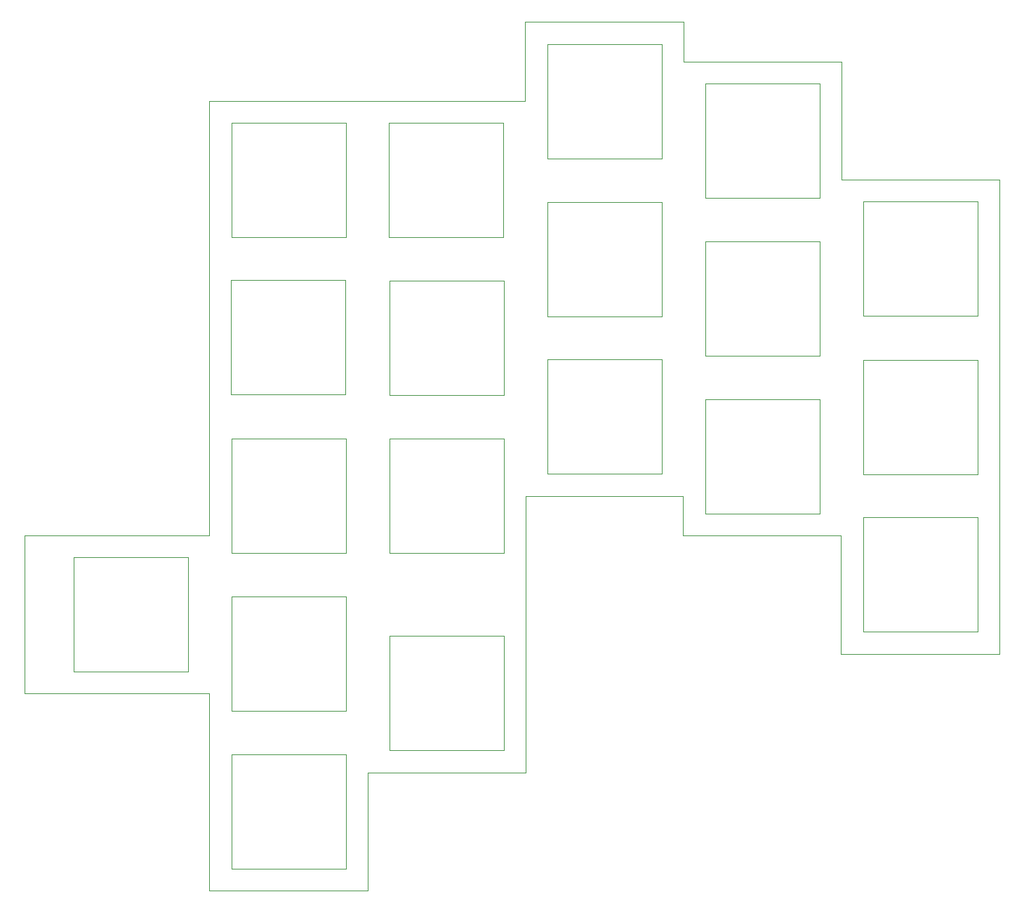
<source format=gbr>
%TF.GenerationSoftware,KiCad,Pcbnew,5.1.10*%
%TF.CreationDate,2021-06-14T18:34:52+02:00*%
%TF.ProjectId,scattered-bat-plate-1,73636174-7465-4726-9564-2d6261742d70,rev?*%
%TF.SameCoordinates,Original*%
%TF.FileFunction,Profile,NP*%
%FSLAX46Y46*%
G04 Gerber Fmt 4.6, Leading zero omitted, Abs format (unit mm)*
G04 Created by KiCad (PCBNEW 5.1.10) date 2021-06-14 18:34:52*
%MOMM*%
%LPD*%
G01*
G04 APERTURE LIST*
%TA.AperFunction,Profile*%
%ADD10C,0.100000*%
%TD*%
G04 APERTURE END LIST*
D10*
X95809680Y-112330000D02*
X112210000Y-112330000D01*
X95809680Y-112330000D02*
X89950000Y-112330000D01*
X112213000Y-64701000D02*
X112213000Y-112330000D01*
X89950000Y-112330000D02*
X89950000Y-131424260D01*
X93157920Y-131424260D02*
X89950000Y-131424260D01*
X112213000Y-59938500D02*
X112213000Y-64701000D01*
X150313000Y-59938500D02*
X112213000Y-59938500D01*
X150313000Y-50413500D02*
X150313000Y-59938500D01*
X169413800Y-50413500D02*
X150313000Y-50413500D01*
X169413800Y-55176000D02*
X169413800Y-50413500D01*
X188463800Y-55176000D02*
X169413800Y-55176000D01*
X112213000Y-131424260D02*
X112213000Y-155236760D01*
X131313800Y-155236760D02*
X112213000Y-155236760D01*
X131313800Y-140949260D02*
X131313800Y-155236760D01*
X150363800Y-140949260D02*
X131313800Y-140949260D01*
X150363800Y-107611760D02*
X150363800Y-140949260D01*
X169363000Y-107611760D02*
X150363800Y-107611760D01*
X169363000Y-112374260D02*
X169363000Y-107611760D01*
X188413000Y-112374260D02*
X169363000Y-112374260D01*
X188413000Y-126661760D02*
X188413000Y-112374260D01*
X207513800Y-126661760D02*
X188413000Y-126661760D01*
X207513800Y-69463500D02*
X207513800Y-126661760D01*
X188463800Y-69463500D02*
X207513800Y-69463500D01*
X188463800Y-55176000D02*
X188463800Y-69463500D01*
X112213000Y-131424260D02*
X93157920Y-131424260D01*
X114869840Y-152569760D02*
X114869840Y-138769940D01*
X185867920Y-57820140D02*
X185867920Y-71619960D01*
X172019839Y-90659800D02*
X185819660Y-90659800D01*
X147739980Y-124469740D02*
X133937620Y-124469740D01*
X114869840Y-76369760D02*
X114869840Y-62569940D01*
X133899520Y-76400240D02*
X147699340Y-76400240D01*
X166779820Y-91150020D02*
X166779820Y-104949840D01*
X204879820Y-110200020D02*
X204879820Y-123999840D01*
X133937620Y-138269560D02*
X147739980Y-138269560D01*
X128669660Y-62569940D02*
X128669660Y-76369760D01*
X114869840Y-133540080D02*
X114869840Y-119740260D01*
X172068099Y-71619960D02*
X185867920Y-71619960D01*
X185819660Y-76859980D02*
X185819660Y-90659800D01*
X147719660Y-100690260D02*
X133919840Y-100690260D01*
X114819040Y-95371500D02*
X114819040Y-81571680D01*
X204879820Y-110200020D02*
X191080000Y-110200020D01*
X152980000Y-104949840D02*
X166779820Y-104949840D01*
X185809500Y-95930300D02*
X185809500Y-109730120D01*
X147739980Y-124469740D02*
X147739980Y-138269560D01*
X191069840Y-85871900D02*
X204869660Y-85871900D01*
X114859680Y-114500240D02*
X114859680Y-100700420D01*
X147709500Y-81640260D02*
X133909680Y-81640260D01*
X152969840Y-85930320D02*
X152969840Y-72130500D01*
X114819040Y-95371500D02*
X128618860Y-95371500D01*
X147699340Y-62600420D02*
X147699340Y-76400240D01*
X128659500Y-100700420D02*
X114859680Y-100700420D01*
X191069840Y-85871900D02*
X191069840Y-72069540D01*
X109609500Y-114970140D02*
X109609500Y-128769960D01*
X191080000Y-123999840D02*
X204879820Y-123999840D01*
X147699340Y-62600420D02*
X133899520Y-62600420D01*
X128618860Y-81571680D02*
X128618860Y-95371500D01*
X172009680Y-109730120D02*
X185809500Y-109730120D01*
X128669660Y-138769940D02*
X114869840Y-138769940D01*
X133937620Y-138269560D02*
X133937620Y-124469740D01*
X204869660Y-72069540D02*
X191069840Y-72069540D01*
X133909680Y-95440080D02*
X133909680Y-81640260D01*
X172068099Y-71619960D02*
X172068099Y-57820140D01*
X109609500Y-114970140D02*
X95809680Y-114970140D01*
X166759500Y-53080500D02*
X166759500Y-66880320D01*
X128669660Y-138769940D02*
X128669660Y-152569760D01*
X204879820Y-91160180D02*
X204879820Y-104960000D01*
X133919840Y-114490080D02*
X133919840Y-100690260D01*
X95809680Y-128769960D02*
X109609500Y-128769960D01*
X204869660Y-72069540D02*
X204869660Y-85871900D01*
X185867920Y-57820140D02*
X172068099Y-57820140D01*
X152959680Y-66880320D02*
X166759500Y-66880320D01*
X191080000Y-104960000D02*
X191080000Y-91160180D01*
X166769660Y-72130500D02*
X152969840Y-72130500D01*
X147719660Y-100690260D02*
X147719660Y-114490080D01*
X152959680Y-66880320D02*
X152959680Y-53080500D01*
X128618860Y-81571680D02*
X114819040Y-81571680D01*
X128659500Y-100700420D02*
X128659500Y-114500240D01*
X204879820Y-91160180D02*
X191080000Y-91160180D01*
X128669660Y-62569940D02*
X114869840Y-62569940D01*
X114869840Y-76369760D02*
X128669660Y-76369760D01*
X166779820Y-91150020D02*
X152980000Y-91150020D01*
X172019839Y-90659800D02*
X172019839Y-76859980D01*
X128669660Y-119740260D02*
X128669660Y-133540080D01*
X166759500Y-53080500D02*
X152959680Y-53080500D01*
X133919840Y-114490080D02*
X147719660Y-114490080D01*
X191080000Y-123999840D02*
X191080000Y-110200020D01*
X185819660Y-76859980D02*
X172019839Y-76859980D01*
X114859680Y-114500240D02*
X128659500Y-114500240D01*
X172009680Y-109730120D02*
X172009680Y-95930300D01*
X128669660Y-119740260D02*
X114869840Y-119740260D01*
X114869840Y-152569760D02*
X128669660Y-152569760D01*
X185809500Y-95930300D02*
X172009680Y-95930300D01*
X152969840Y-85930320D02*
X166769660Y-85930320D01*
X152980000Y-104949840D02*
X152980000Y-91150020D01*
X166769660Y-72130500D02*
X166769660Y-85930320D01*
X133909680Y-95440080D02*
X147709500Y-95440080D01*
X147709500Y-81640260D02*
X147709500Y-95440080D01*
X133899520Y-76400240D02*
X133899520Y-62600420D01*
X95809680Y-128769960D02*
X95809680Y-114970140D01*
X114869840Y-133540080D02*
X128669660Y-133540080D01*
X191080000Y-104960000D02*
X204879820Y-104960000D01*
M02*

</source>
